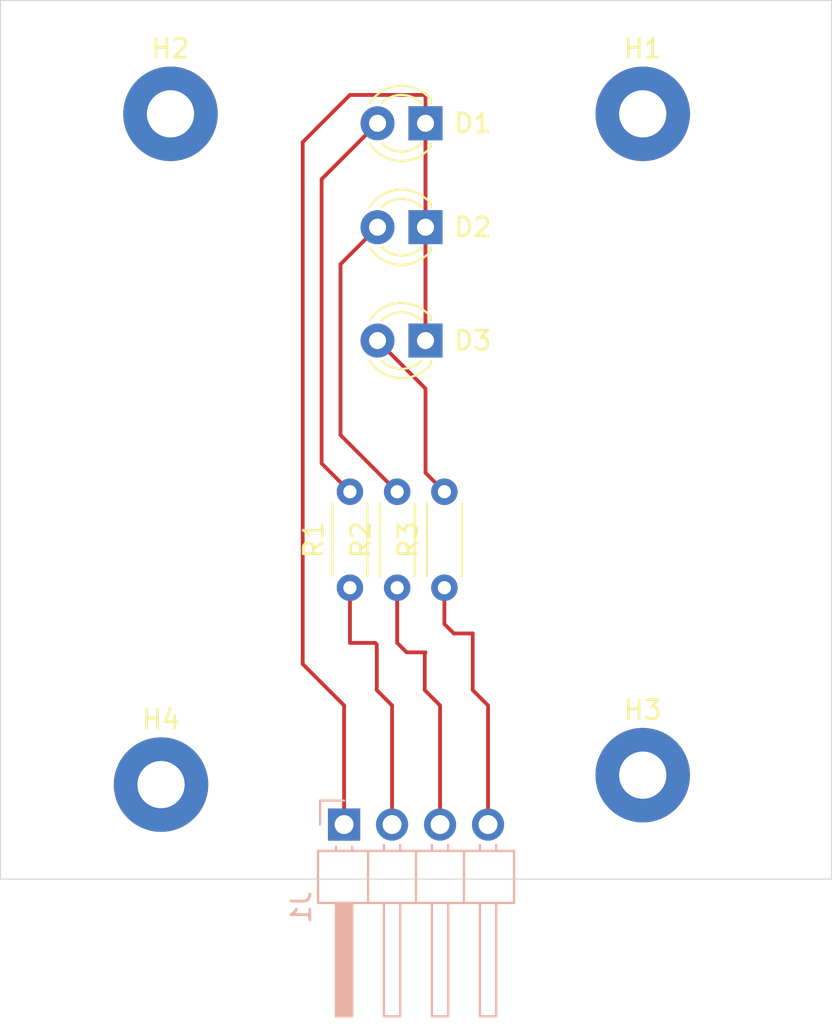
<source format=kicad_pcb>
(kicad_pcb (version 20241229) (generator "pcbnew") (generator_version "9.0")
  (layers (0 "F.Cu" signal) (2 "B.Cu" signal) (13 "F.Paste" user) (15 "B.Paste" user) (5 "F.SilkS" user "F.Silkscreen") (7 "B.SilkS" user "B.Silkscreen") (1 "F.Mask" user) (3 "B.Mask" user) (25 "Edge.Cuts" user))
  (net 0 "")
  (net 1 "Net-(D1-A)")
  (net 2 "Net-(D1-K)")
  (net 3 "Net-(D2-A)")
  (net 4 "Net-(D3-A)")
  (net 5 "Net-(J1-Pin_3)")
  (net 6 "Net-(J1-Pin_4)")
  (net 7 "Net-(J1-Pin_2)")
  (footprint "LED_THT:LED_D3.0mm" (layer "F.Cu") (at 153.5 103 180)
    (property "Reference" "D3" (at -2.5 0 0) (layer "F.SilkS"))
    (property "Value" "LED")
    (fp_line (start -0.29 1.08) (end -0.29 1.236) (stroke (width 0.12)) (layer "F.SilkS"))
    (fp_line (start -0.29 -1.236) (end -0.29 -1.08) (stroke (width 0.12)) (layer "F.SilkS"))
    (fp_arc (start 2.941437 1.08) (mid 1.36566 1.987699) (end -0.29 1.235516) (stroke (width 0.12)) (layer "F.SilkS"))
    (fp_arc (start 2.310961 1.08) (mid 1.27 1.5) (end 0.229039 1.08) (stroke (width 0.12)) (layer "F.SilkS"))
    (fp_arc (start 0.229039 -1.08) (mid 1.27 -1.5) (end 2.310961 -1.08) (stroke (width 0.12)) (layer "F.SilkS"))
    (fp_arc (start -0.29 -1.235516) (mid 1.36566 -1.987699) (end 2.941437 -1.08) (stroke (width 0.12)) (layer "F.SilkS"))
    (pad "1" thru_hole rect (at 0 0 180) (size 1.8 1.8) (drill 0.9) (layers "*.Cu" "*.Mask") (net 2 "Net-(D1-K)"))
    (pad "2" thru_hole circle (at 2.54 0 180) (size 1.8 1.8) (drill 0.9) (layers "*.Cu" "*.Mask") (net 4 "Net-(D3-A)"))
  )
  (footprint "LED_THT:LED_D3.0mm" (layer "F.Cu") (at 153.5 97 180)
    (property "Reference" "D2" (at -2.5 0 0) (layer "F.SilkS"))
    (property "Value" "LED")
    (fp_line (start -0.29 1.08) (end -0.29 1.236) (stroke (width 0.12)) (layer "F.SilkS"))
    (fp_line (start -0.29 -1.236) (end -0.29 -1.08) (stroke (width 0.12)) (layer "F.SilkS"))
    (fp_arc (start 2.941437 1.08) (mid 1.36566 1.987699) (end -0.29 1.235516) (stroke (width 0.12)) (layer "F.SilkS"))
    (fp_arc (start 2.310961 1.08) (mid 1.27 1.5) (end 0.229039 1.08) (stroke (width 0.12)) (layer "F.SilkS"))
    (fp_arc (start 0.229039 -1.08) (mid 1.27 -1.5) (end 2.310961 -1.08) (stroke (width 0.12)) (layer "F.SilkS"))
    (fp_arc (start -0.29 -1.235516) (mid 1.36566 -1.987699) (end 2.941437 -1.08) (stroke (width 0.12)) (layer "F.SilkS"))
    (pad "1" thru_hole rect (at 0 0 180) (size 1.8 1.8) (drill 0.9) (layers "*.Cu" "*.Mask") (net 2 "Net-(D1-K)"))
    (pad "2" thru_hole circle (at 2.54 0 180) (size 1.8 1.8) (drill 0.9) (layers "*.Cu" "*.Mask") (net 3 "Net-(D2-A)"))
  )
  (footprint "MountingHole:MountingHole_2.5mm_Pad" (layer "F.Cu") (at 139.5 126.5)
    (property "Reference" "H4" (at 0 -3.45 0) (layer "F.SilkS"))
    (property "Value" "MountingHole")
    (pad "1" thru_hole circle (at 0 0) (size 5 5) (drill 2.5) (layers "*.Cu" "*.Mask"))
  )
  (footprint "Resistor_THT:R_Axial_DIN0204_L3.6mm_D1.6mm_P5.08mm_Horizontal" (layer "F.Cu") (at 154.5 116.08 90)
    (property "Reference" "R3" (at 2.54 -1.92 90) (layer "F.SilkS"))
    (property "Value" "R")
    (fp_line (start 0.62 -0.92) (end 4.46 -0.92) (stroke (width 0.12)) (layer "F.SilkS"))
    (fp_line (start 0.62 0.92) (end 4.46 0.92) (stroke (width 0.12)) (layer "F.SilkS"))
    (pad "1" thru_hole circle (at 0 0 90) (size 1.4 1.4) (drill 0.7) (layers "*.Cu" "*.Mask") (net 6 "Net-(J1-Pin_4)"))
    (pad "2" thru_hole circle (at 5.08 0 90) (size 1.4 1.4) (drill 0.7) (layers "*.Cu" "*.Mask") (net 4 "Net-(D3-A)"))
  )
  (footprint "Resistor_THT:R_Axial_DIN0204_L3.6mm_D1.6mm_P5.08mm_Horizontal" (layer "F.Cu") (at 152 116.08 90)
    (property "Reference" "R2" (at 2.54 -1.92 90) (layer "F.SilkS"))
    (property "Value" "R")
    (fp_line (start 0.62 -0.92) (end 4.46 -0.92) (stroke (width 0.12)) (layer "F.SilkS"))
    (fp_line (start 0.62 0.92) (end 4.46 0.92) (stroke (width 0.12)) (layer "F.SilkS"))
    (pad "1" thru_hole circle (at 0 0 90) (size 1.4 1.4) (drill 0.7) (layers "*.Cu" "*.Mask") (net 5 "Net-(J1-Pin_3)"))
    (pad "2" thru_hole circle (at 5.08 0 90) (size 1.4 1.4) (drill 0.7) (layers "*.Cu" "*.Mask") (net 3 "Net-(D2-A)"))
  )
  (footprint "Resistor_THT:R_Axial_DIN0204_L3.6mm_D1.6mm_P5.08mm_Horizontal" (layer "F.Cu") (at 149.5 116.08 90)
    (property "Reference" "R1" (at 2.54 -1.92 90) (layer "F.SilkS"))
    (property "Value" "R")
    (fp_line (start 0.62 -0.92) (end 4.46 -0.92) (stroke (width 0.12)) (layer "F.SilkS"))
    (fp_line (start 0.62 0.92) (end 4.46 0.92) (stroke (width 0.12)) (layer "F.SilkS"))
    (pad "1" thru_hole circle (at 0 0 90) (size 1.4 1.4) (drill 0.7) (layers "*.Cu" "*.Mask") (net 7 "Net-(J1-Pin_2)"))
    (pad "2" thru_hole circle (at 5.08 0 90) (size 1.4 1.4) (drill 0.7) (layers "*.Cu" "*.Mask") (net 1 "Net-(D1-A)"))
  )
  (footprint "MountingHole:MountingHole_2.5mm_Pad" (layer "F.Cu") (at 140 91)
    (property "Reference" "H2" (at 0 -3.45 0) (layer "F.SilkS"))
    (property "Value" "MountingHole")
    (pad "1" thru_hole circle (at 0 0) (size 5 5) (drill 2.5) (layers "*.Cu" "*.Mask"))
  )
  (footprint "MountingHole:MountingHole_2.5mm_Pad" (layer "F.Cu") (at 165 91)
    (property "Reference" "H1" (at 0 -3.45 0) (layer "F.SilkS"))
    (property "Value" "MountingHole")
    (pad "1" thru_hole circle (at 0 0) (size 5 5) (drill 2.5) (layers "*.Cu" "*.Mask"))
  )
  (footprint "MountingHole:MountingHole_2.5mm_Pad" (layer "F.Cu") (at 165 126)
    (property "Reference" "H3" (at 0 -3.45 0) (layer "F.SilkS"))
    (property "Value" "MountingHole")
    (pad "1" thru_hole circle (at 0 0) (size 5 5) (drill 2.5) (layers "*.Cu" "*.Mask"))
  )
  (footprint "LED_THT:LED_D3.0mm" (layer "F.Cu") (at 153.5 91.5 180)
    (property "Reference" "D1" (at -2.5 0 0) (layer "F.SilkS"))
    (property "Value" "LED")
    (fp_line (start -0.29 1.08) (end -0.29 1.236) (stroke (width 0.12)) (layer "F.SilkS"))
    (fp_line (start -0.29 -1.236) (end -0.29 -1.08) (stroke (width 0.12)) (layer "F.SilkS"))
    (fp_arc (start 2.941437 1.08) (mid 1.36566 1.987699) (end -0.29 1.235516) (stroke (width 0.12)) (layer "F.SilkS"))
    (fp_arc (start 2.310961 1.08) (mid 1.27 1.5) (end 0.229039 1.08) (stroke (width 0.12)) (layer "F.SilkS"))
    (fp_arc (start 0.229039 -1.08) (mid 1.27 -1.5) (end 2.310961 -1.08) (stroke (width 0.12)) (layer "F.SilkS"))
    (fp_arc (start -0.29 -1.235516) (mid 1.36566 -1.987699) (end 2.941437 -1.08) (stroke (width 0.12)) (layer "F.SilkS"))
    (pad "1" thru_hole rect (at 0 0 180) (size 1.8 1.8) (drill 0.9) (layers "*.Cu" "*.Mask") (net 2 "Net-(D1-K)"))
    (pad "2" thru_hole circle (at 2.54 0 180) (size 1.8 1.8) (drill 0.9) (layers "*.Cu" "*.Mask") (net 1 "Net-(D1-A)"))
  )
  (footprint "Connector_PinHeader_2.54mm:PinHeader_1x04_P2.54mm_Horizontal" (layer "B.Cu") (at 149.19 128.615 -90)
    (property "Reference" "J1" (at 4.385 2.27 90) (layer "B.SilkS") (effects (justify mirror)))
    (property "Value" "Conn_01x04")
    (fp_line (start 1.39 1.38) (end 1.39 -9) (stroke (width 0.12)) (layer "B.SilkS"))
    (fp_line (start 4.15 1.38) (end 1.39 1.38) (stroke (width 0.12)) (layer "B.SilkS"))
    (fp_line (start -1.27 1.27) (end 0 1.27) (stroke (width 0.12)) (layer "B.SilkS"))
    (fp_line (start 1.16 0.43) (end 1.39 0.43) (stroke (width 0.12)) (layer "B.SilkS"))
    (fp_line (start -1.27 0) (end -1.27 1.27) (stroke (width 0.12)) (layer "B.SilkS"))
    (fp_line (start 1.16 -0.43) (end 1.39 -0.43) (stroke (width 0.12)) (layer "B.SilkS"))
    (fp_line (start 1.39 -1.27) (end 4.15 -1.27) (stroke (width 0.12)) (layer "B.SilkS"))
    (fp_line (start 1.077358 -2.11) (end 1.39 -2.11) (stroke (width 0.12)) (layer "B.SilkS"))
    (fp_line (start 4.15 -2.11) (end 10.15 -2.11) (stroke (width 0.12)) (layer "B.SilkS"))
    (fp_line (start 10.15 -2.11) (end 10.15 -2.97) (stroke (width 0.12)) (layer "B.SilkS"))
    (fp_line (start 1.077358 -2.97) (end 1.39 -2.97) (stroke (width 0.12)) (layer "B.SilkS"))
    (fp_line (start 10.15 -2.97) (end 4.15 -2.97) (stroke (width 0.12)) (layer "B.SilkS"))
    (fp_line (start 1.39 -3.81) (end 4.15 -3.81) (stroke (width 0.12)) (layer "B.SilkS"))
    (fp_line (start 1.077358 -4.65) (end 1.39 -4.65) (stroke (width 0.12)) (layer "B.SilkS"))
    (fp_line (start 4.15 -4.65) (end 10.15 -4.65) (stroke (width 0.12)) (layer "B.SilkS"))
    (fp_line (start 10.15 -4.65) (end 10.15 -5.51) (stroke (width 0.12)) (layer "B.SilkS"))
    (fp_line (start 1.077358 -5.51) (end 1.39 -5.51) (stroke (width 0.12)) (layer "B.SilkS"))
    (fp_line (start 10.15 -5.51) (end 4.15 -5.51) (stroke (width 0.12)) (layer "B.SilkS"))
    (fp_line (start 1.39 -6.35) (end 4.15 -6.35) (stroke (width 0.12)) (layer "B.SilkS"))
    (fp_line (start 1.077358 -7.19) (end 1.39 -7.19) (stroke (width 0.12)) (layer "B.SilkS"))
    (fp_line (start 4.15 -7.19) (end 10.15 -7.19) (stroke (width 0.12)) (layer "B.SilkS"))
    (fp_line (start 10.15 -7.19) (end 10.15 -8.05) (stroke (width 0.12)) (layer "B.SilkS"))
    (fp_line (start 1.077358 -8.05) (end 1.39 -8.05) (stroke (width 0.12)) (layer "B.SilkS"))
    (fp_line (start 10.15 -8.05) (end 4.15 -8.05) (stroke (width 0.12)) (layer "B.SilkS"))
    (fp_line (start 1.39 -9) (end 4.15 -9) (stroke (width 0.12)) (layer "B.SilkS"))
    (fp_line (start 4.15 -9) (end 4.15 1.38) (stroke (width 0.12)) (layer "B.SilkS"))
    (fp_rect (start 4.15 0.43) (end 10.15 -0.43) (stroke (width 0.12)) (fill yes) (layer "B.SilkS"))
    (pad "1" thru_hole rect (at 0 0 270) (size 1.7 1.7) (drill 1) (layers "*.Cu" "*.Mask") (net 2 "Net-(D1-K)"))
    (pad "2" thru_hole circle (at 0 -2.54 270) (size 1.7 1.7) (drill 1) (layers "*.Cu" "*.Mask") (net 7 "Net-(J1-Pin_2)"))
    (pad "3" thru_hole circle (at 0 -5.08 270) (size 1.7 1.7) (drill 1) (layers "*.Cu" "*.Mask") (net 5 "Net-(J1-Pin_3)"))
    (pad "4" thru_hole circle (at 0 -7.62 270) (size 1.7 1.7) (drill 1) (layers "*.Cu" "*.Mask") (net 6 "Net-(J1-Pin_4)"))
  )
  (gr_line (start 175 85) (end 175 131.5) (stroke (width 0.05)) (layer "Edge.Cuts"))
  (gr_line (start 131 85) (end 175 85) (stroke (width 0.05)) (layer "Edge.Cuts"))
  (gr_line (start 131 131.5) (end 175 131.5) (stroke (width 0.05)) (layer "Edge.Cuts"))
  (gr_line (start 131 131.5) (end 131 85) (stroke (width 0.05)) (layer "Edge.Cuts"))
  (segment (start 150.96 91.5) (end 148 94.46) (width 0.2) (layer "F.Cu") (net 1))
  (segment (start 148 94.46) (end 148 109.5) (width 0.2) (layer "F.Cu") (net 1))
  (segment (start 148 109.5) (end 149.5 111) (width 0.2) (layer "F.Cu") (net 1))
  (segment (start 147 92.5) (end 147 120.12) (width 0.2) (layer "F.Cu") (net 2))
  (segment (start 153.5 97) (end 153.5 103) (width 0.2) (layer "F.Cu") (net 2))
  (segment (start 153.5 90) (end 149.5 90) (width 0.2) (layer "F.Cu") (net 2))
  (segment (start 153.5 91.5) (end 153.5 97) (width 0.2) (layer "F.Cu") (net 2))
  (segment (start 149.19 122.31) (end 149.19 128.615) (width 0.2) (layer "F.Cu") (net 2))
  (segment (start 153.5 103) (end 153.5 90) (width 0.2) (layer "F.Cu") (net 2))
  (segment (start 147 120.12) (end 149.19 122.31) (width 0.2) (layer "F.Cu") (net 2))
  (segment (start 149.5 90) (end 147 92.5) (width 0.2) (layer "F.Cu") (net 2))
  (segment (start 149 98.96) (end 149 108) (width 0.2) (layer "F.Cu") (net 3))
  (segment (start 149 108) (end 152 111) (width 0.2) (layer "F.Cu") (net 3))
  (segment (start 150.96 97) (end 149 98.96) (width 0.2) (layer "F.Cu") (net 3))
  (segment (start 150.96 103) (end 153.5 105.54) (width 0.2) (layer "F.Cu") (net 4))
  (segment (start 153.5 110) (end 154.5 111) (width 0.2) (layer "F.Cu") (net 4))
  (segment (start 153.5 105.54) (end 153.5 110) (width 0.2) (layer "F.Cu") (net 4))
  (segment (start 153.46 119.54) (end 153.46 121.5) (width 0.2) (layer "F.Cu") (net 5))
  (segment (start 153.46 121.5) (end 154.27 122.31) (width 0.2) (layer "F.Cu") (net 5))
  (segment (start 152.5 119.5) (end 153.5 119.5) (width 0.2) (layer "F.Cu") (net 5))
  (segment (start 153.5 119.5) (end 153.46 119.54) (width 0.2) (layer "F.Cu") (net 5))
  (segment (start 152 119) (end 152.5 119.5) (width 0.2) (layer "F.Cu") (net 5))
  (segment (start 154.27 122.31) (end 154.27 128.615) (width 0.2) (layer "F.Cu") (net 5))
  (segment (start 152 116.08) (end 152 119) (width 0.2) (layer "F.Cu") (net 5))
  (segment (start 156 121.5) (end 156.81 122.31) (width 0.2) (layer "F.Cu") (net 6))
  (segment (start 156.81 122.31) (end 156.81 128.615) (width 0.2) (layer "F.Cu") (net 6))
  (segment (start 156 118.5) (end 156 121.5) (width 0.2) (layer "F.Cu") (net 6))
  (segment (start 155 118.5) (end 156 118.5) (width 0.2) (layer "F.Cu") (net 6))
  (segment (start 154.5 116.08) (end 154.5 118) (width 0.2) (layer "F.Cu") (net 6))
  (segment (start 154.5 118) (end 155 118.5) (width 0.2) (layer "F.Cu") (net 6))
  (segment (start 149.5 116.08) (end 149.5 119) (width 0.2) (layer "F.Cu") (net 7))
  (segment (start 150.84 119) (end 150.92 119.08) (width 0.2) (layer "F.Cu") (net 7))
  (segment (start 149.5 119) (end 150.84 119) (width 0.2) (layer "F.Cu") (net 7))
  (segment (start 151.73 122.31) (end 151.73 128.615) (width 0.2) (layer "F.Cu") (net 7))
  (segment (start 150.92 121.5) (end 151.73 122.31) (width 0.2) (layer "F.Cu") (net 7))
  (segment (start 150.92 119.08) (end 150.92 121.5) (width 0.2) (layer "F.Cu") (net 7))
)
</source>
